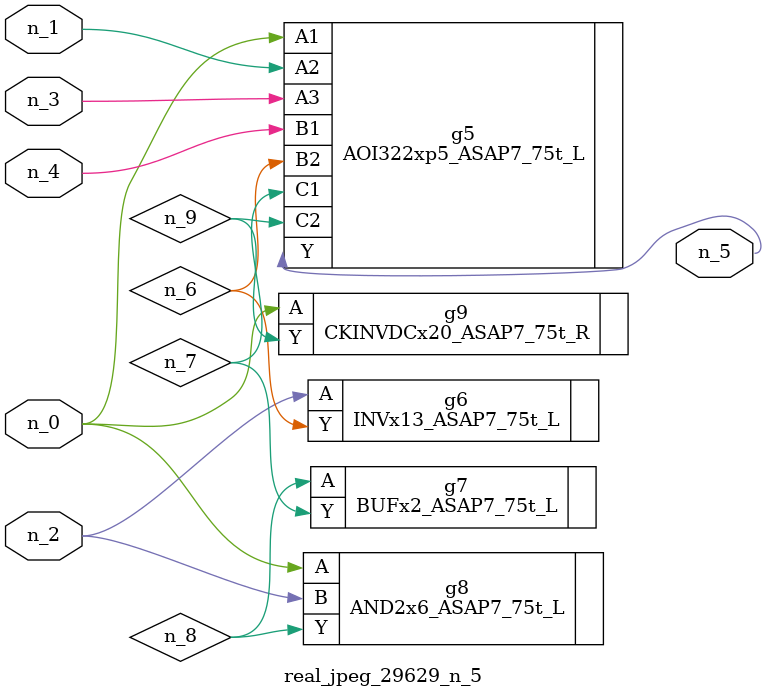
<source format=v>
module real_jpeg_29629_n_5 (n_4, n_0, n_1, n_2, n_3, n_5);

input n_4;
input n_0;
input n_1;
input n_2;
input n_3;

output n_5;

wire n_8;
wire n_6;
wire n_7;
wire n_9;

AOI322xp5_ASAP7_75t_L g5 ( 
.A1(n_0),
.A2(n_1),
.A3(n_3),
.B1(n_4),
.B2(n_6),
.C1(n_7),
.C2(n_9),
.Y(n_5)
);

AND2x6_ASAP7_75t_L g8 ( 
.A(n_0),
.B(n_2),
.Y(n_8)
);

CKINVDCx20_ASAP7_75t_R g9 ( 
.A(n_0),
.Y(n_9)
);

INVx13_ASAP7_75t_L g6 ( 
.A(n_2),
.Y(n_6)
);

BUFx2_ASAP7_75t_L g7 ( 
.A(n_8),
.Y(n_7)
);


endmodule
</source>
